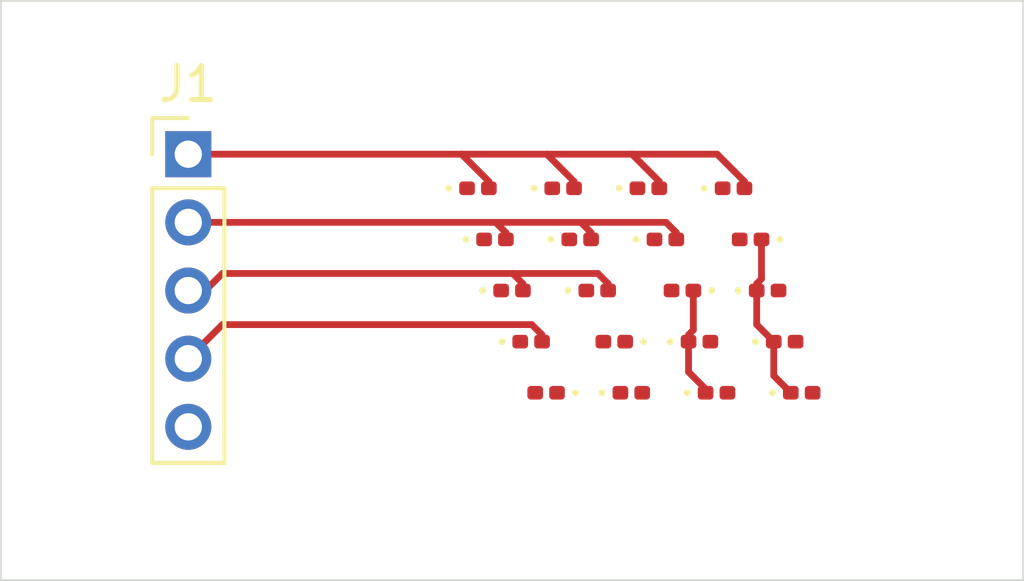
<source format=kicad_pcb>
(kicad_pcb (version 20240108) (generator "pcbnew") (generator_version "8.0")
  (layers (0 "F.Cu" signal) (31 "B.Cu" signal) (34 "B.Paste" user) (35 "F.Paste" user) (36 "B.SilkS" user "B.Silkscreen") (37 "F.SilkS" user "F.Silkscreen") (38 "B.Mask" user) (39 "F.Mask" user) (44 "Edge.Cuts" user))
  (net 0 "")
  (net 1 "Net-(D1-A)")
  (net 2 "Net-(D1-K)")
  (net 3 "Net-(D16-A)")
  (net 4 "Net-(D10-K)")
  (net 5 "Net-(D11-A)")
  (footprint "LED_SMD:LED_0201_0603Metric" (layer "F.Cu") (at 87 78.5)
    (property "Reference" "D20" (hide yes))
    (property "Value" "LED_45deg" (hide yes))
    (fp_circle (center -0.86 0) (end -0.81 0) (stroke (width 0.1)) (fill none) (layer "F.SilkS"))
    (pad "1" smd roundrect (at -0.32 0) (size 0.46 0.4) (layers "F.Cu" "F.Mask") (net 5 "Net-(D11-A)"))
    (pad "2" smd roundrect (at 0.32 0) (size 0.46 0.4) (layers "F.Cu" "F.Mask") (net 3 "Net-(D16-A)"))
  )
  (footprint "LED_SMD:LED_0201_0603Metric" (layer "F.Cu") (at 82.5 72.5)
    (property "Reference" "D11" (hide yes))
    (property "Value" "LED_45deg" (hide yes))
    (fp_circle (center -0.86 0) (end -0.81 0) (stroke (width 0.1)) (fill none) (layer "F.SilkS"))
    (pad "1" smd roundrect (at -0.32 0) (size 0.46 0.4) (layers "F.Cu" "F.Mask") (net 4 "Net-(D10-K)"))
    (pad "2" smd roundrect (at 0.32 0) (size 0.46 0.4) (layers "F.Cu" "F.Mask") (net 5 "Net-(D11-A)"))
  )
  (footprint "Connector_PinHeader_2.00mm:PinHeader_1x05_P2.00mm_Vertical" (layer "F.Cu") (at 69 71.5)
    (property "Reference" "J1" (at 0 -2.06 0) (layer "F.SilkS"))
    (property "Value" "Conn_01x05")
    (fp_line (start -1.06 -1.06) (end 0 -1.06) (stroke (width 0.12)) (layer "F.SilkS"))
    (fp_line (start -1.06 0) (end -1.06 -1.06) (stroke (width 0.12)) (layer "F.SilkS"))
    (fp_line (start -1.06 1) (end -1.06 9.06) (stroke (width 0.12)) (layer "F.SilkS"))
    (fp_line (start -1.06 1) (end 1.06 1) (stroke (width 0.12)) (layer "F.SilkS"))
    (fp_line (start -1.06 9.06) (end 1.06 9.06) (stroke (width 0.12)) (layer "F.SilkS"))
    (fp_line (start 1.06 1) (end 1.06 9.06) (stroke (width 0.12)) (layer "F.SilkS"))
    (pad "1" thru_hole rect (at 0 0) (size 1.35 1.35) (drill 0.8) (layers "*.Cu" "*.Mask") (net 5 "Net-(D11-A)"))
    (pad "2" thru_hole oval (at 0 2) (size 1.35 1.35) (drill 0.8) (layers "*.Cu" "*.Mask") (net 2 "Net-(D1-K)"))
    (pad "3" thru_hole oval (at 0 4) (size 1.35 1.35) (drill 0.8) (layers "*.Cu" "*.Mask") (net 4 "Net-(D10-K)"))
    (pad "4" thru_hole oval (at 0 6) (size 1.35 1.35) (drill 0.8) (layers "*.Cu" "*.Mask") (net 1 "Net-(D1-A)"))
    (pad "5" thru_hole oval (at 0 8) (size 1.35 1.35) (drill 0.8) (layers "*.Cu" "*.Mask") (net 3 "Net-(D16-A)"))
  )
  (footprint "LED_SMD:LED_0201_0603Metric" (layer "F.Cu") (at 78 74)
    (property "Reference" "D17" (hide yes))
    (property "Value" "LED_45deg" (hide yes))
    (fp_circle (center -0.86 0) (end -0.81 0) (stroke (width 0.1)) (fill none) (layer "F.SilkS"))
    (pad "1" smd roundrect (at -0.32 0) (size 0.46 0.4) (layers "F.Cu" "F.Mask") (net 3 "Net-(D16-A)"))
    (pad "2" smd roundrect (at 0.32 0) (size 0.46 0.4) (layers "F.Cu" "F.Mask") (net 2 "Net-(D1-K)"))
  )
  (footprint "LED_SMD:LED_0201_0603Metric" (layer "F.Cu") (at 80 72.5)
    (property "Reference" "D19" (hide yes))
    (property "Value" "LED_45deg" (hide yes))
    (fp_circle (center -0.86 0) (end -0.81 0) (stroke (width 0.1)) (fill none) (layer "F.SilkS"))
    (pad "1" smd roundrect (at -0.32 0) (size 0.46 0.4) (layers "F.Cu" "F.Mask") (net 1 "Net-(D1-A)"))
    (pad "2" smd roundrect (at 0.32 0) (size 0.46 0.4) (layers "F.Cu" "F.Mask") (net 5 "Net-(D11-A)"))
  )
  (footprint "LED_SMD:LED_0201_0603Metric" (layer "F.Cu") (at 81.5 77 180)
    (property "Reference" "D10" (hide yes))
    (property "Value" "LED_45deg" (hide yes))
    (fp_circle (center -0.86 0) (end -0.81 0) (stroke (width 0.1)) (fill none) (layer "F.SilkS"))
    (pad "1" smd roundrect (at -0.32 0 180) (size 0.46 0.4) (layers "F.Cu" "F.Mask") (net 4 "Net-(D10-K)"))
    (pad "2" smd roundrect (at 0.32 0 180) (size 0.46 0.4) (layers "F.Cu" "F.Mask") (net 1 "Net-(D1-A)"))
  )
  (footprint "LED_SMD:LED_0201_0603Metric" (layer "F.Cu") (at 86 75.5)
    (property "Reference" "D6" (hide yes))
    (property "Value" "LED_45deg" (hide yes))
    (fp_circle (center -0.86 0) (end -0.81 0) (stroke (width 0.1)) (fill none) (layer "F.SilkS"))
    (pad "1" smd roundrect (at -0.32 0) (size 0.46 0.4) (layers "F.Cu" "F.Mask") (net 5 "Net-(D11-A)"))
    (pad "2" smd roundrect (at 0.32 0) (size 0.46 0.4) (layers "F.Cu" "F.Mask") (net 4 "Net-(D10-K)"))
  )
  (footprint "LED_SMD:LED_0201_0603Metric" (layer "F.Cu") (at 78.5 75.5)
    (property "Reference" "D3" (hide yes))
    (property "Value" "LED_45deg" (hide yes))
    (fp_circle (center -0.86 0) (end -0.81 0) (stroke (width 0.1)) (fill none) (layer "F.SilkS"))
    (pad "1" smd roundrect (at -0.32 0) (size 0.46 0.4) (layers "F.Cu" "F.Mask") (net 3 "Net-(D16-A)"))
    (pad "2" smd roundrect (at 0.32 0) (size 0.46 0.4) (layers "F.Cu" "F.Mask") (net 4 "Net-(D10-K)"))
  )
  (footprint "LED_SMD:LED_0201_0603Metric" (layer "F.Cu") (at 77.5 72.5)
    (property "Reference" "D18" (hide yes))
    (property "Value" "LED_45deg" (hide yes))
    (fp_circle (center -0.86 0) (end -0.81 0) (stroke (width 0.1)) (fill none) (layer "F.SilkS"))
    (pad "1" smd roundrect (at -0.32 0) (size 0.46 0.4) (layers "F.Cu" "F.Mask") (net 3 "Net-(D16-A)"))
    (pad "2" smd roundrect (at 0.32 0) (size 0.46 0.4) (layers "F.Cu" "F.Mask") (net 5 "Net-(D11-A)"))
  )
  (footprint "LED_SMD:LED_0201_0603Metric" (layer "F.Cu") (at 86.5 77)
    (property "Reference" "D4" (hide yes))
    (property "Value" "LED_45deg" (hide yes))
    (fp_circle (center -0.86 0) (end -0.81 0) (stroke (width 0.1)) (fill none) (layer "F.SilkS"))
    (pad "1" smd roundrect (at -0.32 0) (size 0.46 0.4) (layers "F.Cu" "F.Mask") (net 5 "Net-(D11-A)"))
    (pad "2" smd roundrect (at 0.32 0) (size 0.46 0.4) (layers "F.Cu" "F.Mask") (net 1 "Net-(D1-A)"))
  )
  (footprint "LED_SMD:LED_0201_0603Metric" (layer "F.Cu") (at 80.5 74)
    (property "Reference" "D15" (hide yes))
    (property "Value" "LED_45deg" (hide yes))
    (fp_circle (center -0.86 0) (end -0.81 0) (stroke (width 0.1)) (fill none) (layer "F.SilkS"))
    (pad "1" smd roundrect (at -0.32 0) (size 0.46 0.4) (layers "F.Cu" "F.Mask") (net 1 "Net-(D1-A)"))
    (pad "2" smd roundrect (at 0.32 0) (size 0.46 0.4) (layers "F.Cu" "F.Mask") (net 2 "Net-(D1-K)"))
  )
  (footprint "LED_SMD:LED_0201_0603Metric" (layer "F.Cu") (at 84.5 78.5)
    (property "Reference" "D16" (hide yes))
    (property "Value" "LED_45deg" (hide yes))
    (fp_circle (center -0.86 0) (end -0.81 0) (stroke (width 0.1)) (fill none) (layer "F.SilkS"))
    (pad "1" smd roundrect (at -0.32 0) (size 0.46 0.4) (layers "F.Cu" "F.Mask") (net 2 "Net-(D1-K)"))
    (pad "2" smd roundrect (at 0.32 0) (size 0.46 0.4) (layers "F.Cu" "F.Mask") (net 3 "Net-(D16-A)"))
  )
  (footprint "LED_SMD:LED_0201_0603Metric" (layer "F.Cu") (at 82 78.5)
    (property "Reference" "D9" (hide yes))
    (property "Value" "LED_45deg" (hide yes))
    (fp_circle (center -0.86 0) (end -0.81 0) (stroke (width 0.1)) (fill none) (layer "F.SilkS"))
    (pad "1" smd roundrect (at -0.32 0) (size 0.46 0.4) (layers "F.Cu" "F.Mask") (net 4 "Net-(D10-K)"))
    (pad "2" smd roundrect (at 0.32 0) (size 0.46 0.4) (layers "F.Cu" "F.Mask") (net 3 "Net-(D16-A)"))
  )
  (footprint "LED_SMD:LED_0201_0603Metric" (layer "F.Cu") (at 85.5 74 180)
    (property "Reference" "D14" (hide yes))
    (property "Value" "LED_45deg" (hide yes))
    (fp_circle (center -0.86 0) (end -0.81 0) (stroke (width 0.1)) (fill none) (layer "F.SilkS"))
    (pad "1" smd roundrect (at -0.32 0 180) (size 0.46 0.4) (layers "F.Cu" "F.Mask") (net 5 "Net-(D11-A)"))
    (pad "2" smd roundrect (at 0.32 0 180) (size 0.46 0.4) (layers "F.Cu" "F.Mask") (net 2 "Net-(D1-K)"))
  )
  (footprint "LED_SMD:LED_0201_0603Metric" (layer "F.Cu") (at 79.060692 77)
    (property "Reference" "D2" (hide yes))
    (property "Value" "LED_45deg" (hide yes))
    (fp_circle (center -0.86 0) (end -0.81 0) (stroke (width 0.1)) (fill none) (layer "F.SilkS"))
    (pad "1" smd roundrect (at -0.32 0) (size 0.46 0.4) (layers "F.Cu" "F.Mask") (net 3 "Net-(D16-A)"))
    (pad "2" smd roundrect (at 0.32 0) (size 0.46 0.4) (layers "F.Cu" "F.Mask") (net 1 "Net-(D1-A)"))
  )
  (footprint "LED_SMD:LED_0201_0603Metric" (layer "F.Cu") (at 83.5 75.5 180)
    (property "Reference" "D13" (hide yes))
    (property "Value" "LED_45deg" (hide yes))
    (fp_circle (center -0.86 0) (end -0.81 0) (stroke (width 0.1)) (fill none) (layer "F.SilkS"))
    (pad "1" smd roundrect (at -0.32 0 180) (size 0.46 0.4) (layers "F.Cu" "F.Mask") (net 2 "Net-(D1-K)"))
    (pad "2" smd roundrect (at 0.32 0 180) (size 0.46 0.4) (layers "F.Cu" "F.Mask") (net 4 "Net-(D10-K)"))
  )
  (footprint "LED_SMD:LED_0201_0603Metric" (layer "F.Cu") (at 84 77)
    (property "Reference" "D1" (hide yes))
    (property "Value" "LED_45deg" (hide yes))
    (fp_circle (center -0.86 0) (end -0.81 0) (stroke (width 0.1)) (fill none) (layer "F.SilkS"))
    (pad "1" smd roundrect (at -0.32 0) (size 0.46 0.4) (layers "F.Cu" "F.Mask") (net 2 "Net-(D1-K)"))
    (pad "2" smd roundrect (at 0.32 0) (size 0.46 0.4) (layers "F.Cu" "F.Mask") (net 1 "Net-(D1-A)"))
  )
  (footprint "LED_SMD:LED_0201_0603Metric" (layer "F.Cu") (at 79.5 78.5 180)
    (property "Reference" "D5" (hide yes))
    (property "Value" "LED_45deg" (hide yes))
    (fp_circle (center -0.86 0) (end -0.81 0) (stroke (width 0.1)) (fill none) (layer "F.SilkS"))
    (pad "1" smd roundrect (at -0.32 0 180) (size 0.46 0.4) (layers "F.Cu" "F.Mask") (net 1 "Net-(D1-A)"))
    (pad "2" smd roundrect (at 0.32 0 180) (size 0.46 0.4) (layers "F.Cu" "F.Mask") (net 3 "Net-(D16-A)"))
  )
  (footprint "LED_SMD:LED_0201_0603Metric" (layer "F.Cu") (at 83 74)
    (property "Reference" "D8" (hide yes))
    (property "Value" "LED_45deg" (hide yes))
    (fp_circle (center -0.86 0) (end -0.81 0) (stroke (width 0.1)) (fill none) (layer "F.SilkS"))
    (pad "1" smd roundrect (at -0.32 0) (size 0.46 0.4) (layers "F.Cu" "F.Mask") (net 4 "Net-(D10-K)"))
    (pad "2" smd roundrect (at 0.32 0) (size 0.46 0.4) (layers "F.Cu" "F.Mask") (net 2 "Net-(D1-K)"))
  )
  (footprint "LED_SMD:LED_0201_0603Metric" (layer "F.Cu") (at 81 75.5)
    (property "Reference" "D7" (hide yes))
    (property "Value" "LED_45deg" (hide yes))
    (fp_circle (center -0.86 0) (end -0.81 0) (stroke (width 0.1)) (fill none) (layer "F.SilkS"))
    (pad "1" smd roundrect (at -0.32 0) (size 0.46 0.4) (layers "F.Cu" "F.Mask") (net 1 "Net-(D1-A)"))
    (pad "2" smd roundrect (at 0.32 0) (size 0.46 0.4) (layers "F.Cu" "F.Mask") (net 4 "Net-(D10-K)"))
  )
  (footprint "LED_SMD:LED_0201_0603Metric" (layer "F.Cu") (at 85 72.5)
    (property "Reference" "D12" (hide yes))
    (property "Value" "LED_45deg" (hide yes))
    (fp_circle (center -0.86 0) (end -0.81 0) (stroke (width 0.1)) (fill none) (layer "F.SilkS"))
    (pad "1" smd roundrect (at -0.32 0) (size 0.46 0.4) (layers "F.Cu" "F.Mask") (net 2 "Net-(D1-K)"))
    (pad "2" smd roundrect (at 0.32 0) (size 0.46 0.4) (layers "F.Cu" "F.Mask") (net 5 "Net-(D11-A)"))
  )
  (gr_rect (start 63.5 67) (end 93.5 84) (stroke (width 0.05)) (fill none) (layer "Edge.Cuts"))
  (segment (start 70 76.5) (end 79.080691 76.5) (width 0.2) (layer "F.Cu") (net 1))
  (segment (start 79.080691 76.5) (end 79.380692 76.800001) (width 0.2) (layer "F.Cu") (net 1))
  (segment (start 69 77.5) (end 70 76.5) (width 0.2) (layer "F.Cu") (net 1))
  (segment (start 79.380692 76.800001) (end 79.380692 77) (width 0.2) (layer "F.Cu") (net 1))
  (segment (start 83.32 73.800001) (end 83.32 74) (width 0.2) (layer "F.Cu") (net 2))
  (segment (start 83.68 77) (end 83.68 76.800001) (width 0.2) (layer "F.Cu") (net 2))
  (segment (start 78.019999 73.5) (end 80.519999 73.5) (width 0.2) (layer "F.Cu") (net 2))
  (segment (start 78.32 73.800001) (end 78.32 74) (width 0.2) (layer "F.Cu") (net 2))
  (segment (start 69 73.5) (end 78.019999 73.5) (width 0.2) (layer "F.Cu") (net 2))
  (segment (start 84.29 78.5) (end 83.68 77.89) (width 0.2) (layer "F.Cu") (net 2))
  (segment (start 83.019999 73.5) (end 83.32 73.800001) (width 0.2) (layer "F.Cu") (net 2))
  (segment (start 80.519999 73.5) (end 83.019999 73.5) (width 0.2) (layer "F.Cu") (net 2))
  (segment (start 84.18 78.5) (end 84.29 78.5) (width 0.2) (layer "F.Cu") (net 2))
  (segment (start 83.82 76.660001) (end 83.82 75.5) (width 0.2) (layer "F.Cu") (net 2))
  (segment (start 80.519999 73.5) (end 80.82 73.800001) (width 0.2) (layer "F.Cu") (net 2))
  (segment (start 78.019999 73.5) (end 78.32 73.800001) (width 0.2) (layer "F.Cu") (net 2))
  (segment (start 83.68 77.89) (end 83.68 77) (width 0.2) (layer "F.Cu") (net 2))
  (segment (start 83.68 76.800001) (end 83.82 76.660001) (width 0.2) (layer "F.Cu") (net 2))
  (segment (start 80.82 73.800001) (end 80.82 74) (width 0.2) (layer "F.Cu") (net 2))
  (segment (start 81.32 75.300001) (end 81.32 75.5) (width 0.2) (layer "F.Cu") (net 4))
  (segment (start 78.519999 75) (end 81.019999 75) (width 0.2) (layer "F.Cu") (net 4))
  (segment (start 69.5 75.5) (end 70 75) (width 0.2) (layer "F.Cu") (net 4))
  (segment (start 70 75) (end 78.519999 75) (width 0.2) (layer "F.Cu") (net 4))
  (segment (start 81.019999 75) (end 81.32 75.300001) (width 0.2) (layer "F.Cu") (net 4))
  (segment (start 78.519999 75) (end 78.82 75.300001) (width 0.2) (layer "F.Cu") (net 4))
  (segment (start 69 75.5) (end 69.5 75.5) (width 0.2) (layer "F.Cu") (net 4))
  (segment (start 78.82 75.300001) (end 78.82 75.5) (width 0.2) (layer "F.Cu") (net 4))
  (segment (start 82.82 72.300001) (end 82.82 72.5) (width 0.2) (layer "F.Cu") (net 5))
  (segment (start 77.019999 71.5) (end 77.82 72.300001) (width 0.2) (layer "F.Cu") (net 5))
  (segment (start 85.82 75.160001) (end 85.82 74) (width 0.2) (layer "F.Cu") (net 5))
  (segment (start 79.519999 71.5) (end 82.019999 71.5) (width 0.2) (layer "F.Cu") (net 5))
  (segment (start 86.68 78.5) (end 86.18 78) (width 0.2) (layer "F.Cu") (net 5))
  (segment (start 85.68 75.300001) (end 85.82 75.160001) (width 0.2) (layer "F.Cu") (net 5))
  (segment (start 84.519999 71.5) (end 85.32 72.300001) (width 0.2) (layer "F.Cu") (net 5))
  (segment (start 85.68 76.5) (end 85.68 75.5) (width 0.2) (layer "F.Cu") (net 5))
  (segment (start 86.18 78) (end 86.18 77) (width 0.2) (layer "F.Cu") (net 5))
  (segment (start 85.68 75.5) (end 85.68 75.300001) (width 0.2) (layer "F.Cu") (net 5))
  (segment (start 80.32 72.300001) (end 80.32 72.5) (width 0.2) (layer "F.Cu") (net 5))
  (segment (start 86.18 77) (end 85.68 76.5) (width 0.2) (layer "F.Cu") (net 5))
  (segment (start 77.82 72.300001) (end 77.82 72.5) (width 0.2) (layer "F.Cu") (net 5))
  (segment (start 79.519999 71.5) (end 80.32 72.300001) (width 0.2) (layer "F.Cu") (net 5))
  (segment (start 82.019999 71.5) (end 84.519999 71.5) (width 0.2) (layer "F.Cu") (net 5))
  (segment (start 77.019999 71.5) (end 79.519999 71.5) (width 0.2) (layer "F.Cu") (net 5))
  (segment (start 85.32 72.300001) (end 85.32 72.5) (width 0.2) (layer "F.Cu") (net 5))
  (segment (start 82.019999 71.5) (end 82.82 72.300001) (width 0.2) (layer "F.Cu") (net 5))
  (segment (start 69 71.5) (end 77.019999 71.5) (width 0.2) (layer "F.Cu") (net 5))
)
</source>
